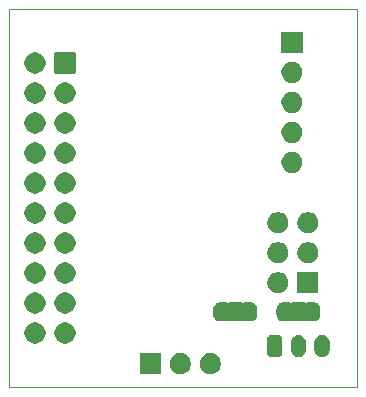
<source format=gbr>
G04 #@! TF.GenerationSoftware,KiCad,Pcbnew,9.0.2*
G04 #@! TF.CreationDate,2025-09-05T09:59:15+02:00*
G04 #@! TF.ProjectId,JtagArm20Adapter,4a746167-4172-46d3-9230-416461707465,rev?*
G04 #@! TF.SameCoordinates,Original*
G04 #@! TF.FileFunction,Soldermask,Bot*
G04 #@! TF.FilePolarity,Negative*
%FSLAX46Y46*%
G04 Gerber Fmt 4.6, Leading zero omitted, Abs format (unit mm)*
G04 Created by KiCad (PCBNEW 9.0.2) date 2025-09-05 09:59:15*
%MOMM*%
%LPD*%
G01*
G04 APERTURE LIST*
G04 #@! TA.AperFunction,Profile*
%ADD10C,0.050000*%
G04 #@! TD*
G04 APERTURE END LIST*
G36*
X150329517Y-107102882D02*
G01*
X150346062Y-107113938D01*
X150357118Y-107130483D01*
X150361000Y-107150000D01*
X150361000Y-108850000D01*
X150357118Y-108869517D01*
X150346062Y-108886062D01*
X150329517Y-108897118D01*
X150310000Y-108901000D01*
X148610000Y-108901000D01*
X148590483Y-108897118D01*
X148573938Y-108886062D01*
X148562882Y-108869517D01*
X148559000Y-108850000D01*
X148559000Y-107150000D01*
X148562882Y-107130483D01*
X148573938Y-107113938D01*
X148590483Y-107102882D01*
X148610000Y-107099000D01*
X150310000Y-107099000D01*
X150329517Y-107102882D01*
G37*
G36*
X152261546Y-107137797D02*
G01*
X152424728Y-107205389D01*
X152571588Y-107303518D01*
X152696482Y-107428412D01*
X152794611Y-107575272D01*
X152862203Y-107738454D01*
X152896661Y-107911687D01*
X152896661Y-108088313D01*
X152862203Y-108261546D01*
X152794611Y-108424728D01*
X152696482Y-108571588D01*
X152571588Y-108696482D01*
X152424728Y-108794611D01*
X152261546Y-108862203D01*
X152088313Y-108896661D01*
X151911687Y-108896661D01*
X151738454Y-108862203D01*
X151575272Y-108794611D01*
X151428412Y-108696482D01*
X151303518Y-108571588D01*
X151205389Y-108424728D01*
X151137797Y-108261546D01*
X151103339Y-108088313D01*
X151103339Y-107911687D01*
X151137797Y-107738454D01*
X151205389Y-107575272D01*
X151303518Y-107428412D01*
X151428412Y-107303518D01*
X151575272Y-107205389D01*
X151738454Y-107137797D01*
X151911687Y-107103339D01*
X152088313Y-107103339D01*
X152261546Y-107137797D01*
G37*
G36*
X154801546Y-107137797D02*
G01*
X154964728Y-107205389D01*
X155111588Y-107303518D01*
X155236482Y-107428412D01*
X155334611Y-107575272D01*
X155402203Y-107738454D01*
X155436661Y-107911687D01*
X155436661Y-108088313D01*
X155402203Y-108261546D01*
X155334611Y-108424728D01*
X155236482Y-108571588D01*
X155111588Y-108696482D01*
X154964728Y-108794611D01*
X154801546Y-108862203D01*
X154628313Y-108896661D01*
X154451687Y-108896661D01*
X154278454Y-108862203D01*
X154115272Y-108794611D01*
X153968412Y-108696482D01*
X153843518Y-108571588D01*
X153745389Y-108424728D01*
X153677797Y-108261546D01*
X153643339Y-108088313D01*
X153643339Y-107911687D01*
X153677797Y-107738454D01*
X153745389Y-107575272D01*
X153843518Y-107428412D01*
X153968412Y-107303518D01*
X154115272Y-107205389D01*
X154278454Y-107137797D01*
X154451687Y-107103339D01*
X154628313Y-107103339D01*
X154801546Y-107137797D01*
G37*
G36*
X160418914Y-105581995D02*
G01*
X160434726Y-105588976D01*
X160442531Y-105590213D01*
X160475039Y-105606776D01*
X160520106Y-105626676D01*
X160598324Y-105704894D01*
X160618226Y-105749967D01*
X160634786Y-105782468D01*
X160636021Y-105790270D01*
X160643005Y-105806086D01*
X160651000Y-105875000D01*
X160651000Y-107125000D01*
X160643005Y-107193914D01*
X160636021Y-107209729D01*
X160634786Y-107217531D01*
X160618229Y-107250024D01*
X160598324Y-107295106D01*
X160520106Y-107373324D01*
X160475024Y-107393229D01*
X160442531Y-107409786D01*
X160434729Y-107411021D01*
X160418914Y-107418005D01*
X160350000Y-107426000D01*
X159650000Y-107426000D01*
X159581086Y-107418005D01*
X159565270Y-107411021D01*
X159557468Y-107409786D01*
X159524967Y-107393226D01*
X159479894Y-107373324D01*
X159401676Y-107295106D01*
X159381776Y-107250039D01*
X159365213Y-107217531D01*
X159363976Y-107209726D01*
X159356995Y-107193914D01*
X159349000Y-107125000D01*
X159349000Y-105875000D01*
X159356995Y-105806086D01*
X159363976Y-105790274D01*
X159365213Y-105782468D01*
X159381780Y-105749953D01*
X159401676Y-105704894D01*
X159479894Y-105626676D01*
X159524953Y-105606780D01*
X159557468Y-105590213D01*
X159565274Y-105588976D01*
X159581086Y-105581995D01*
X159650000Y-105574000D01*
X160350000Y-105574000D01*
X160418914Y-105581995D01*
G37*
G36*
X162188975Y-105602032D02*
G01*
X162306879Y-105650869D01*
X162412990Y-105721770D01*
X162503230Y-105812010D01*
X162574131Y-105918121D01*
X162622968Y-106036025D01*
X162647865Y-106161191D01*
X162651000Y-106225000D01*
X162651000Y-106775000D01*
X162647865Y-106838809D01*
X162622968Y-106963975D01*
X162574131Y-107081879D01*
X162503230Y-107187990D01*
X162412990Y-107278230D01*
X162306879Y-107349131D01*
X162188975Y-107397968D01*
X162063809Y-107422865D01*
X161936191Y-107422865D01*
X161811025Y-107397968D01*
X161693121Y-107349131D01*
X161587010Y-107278230D01*
X161496770Y-107187990D01*
X161425869Y-107081879D01*
X161377032Y-106963975D01*
X161352135Y-106838809D01*
X161349000Y-106775000D01*
X161349000Y-106225000D01*
X161352135Y-106161191D01*
X161377032Y-106036025D01*
X161425869Y-105918121D01*
X161496770Y-105812010D01*
X161587010Y-105721770D01*
X161693121Y-105650869D01*
X161811025Y-105602032D01*
X161936191Y-105577135D01*
X162063809Y-105577135D01*
X162188975Y-105602032D01*
G37*
G36*
X164188975Y-105602032D02*
G01*
X164306879Y-105650869D01*
X164412990Y-105721770D01*
X164503230Y-105812010D01*
X164574131Y-105918121D01*
X164622968Y-106036025D01*
X164647865Y-106161191D01*
X164651000Y-106225000D01*
X164651000Y-106775000D01*
X164647865Y-106838809D01*
X164622968Y-106963975D01*
X164574131Y-107081879D01*
X164503230Y-107187990D01*
X164412990Y-107278230D01*
X164306879Y-107349131D01*
X164188975Y-107397968D01*
X164063809Y-107422865D01*
X163936191Y-107422865D01*
X163811025Y-107397968D01*
X163693121Y-107349131D01*
X163587010Y-107278230D01*
X163496770Y-107187990D01*
X163425869Y-107081879D01*
X163377032Y-106963975D01*
X163352135Y-106838809D01*
X163349000Y-106775000D01*
X163349000Y-106225000D01*
X163352135Y-106161191D01*
X163377032Y-106036025D01*
X163425869Y-105918121D01*
X163496770Y-105812010D01*
X163587010Y-105721770D01*
X163693121Y-105650869D01*
X163811025Y-105602032D01*
X163936191Y-105577135D01*
X164063809Y-105577135D01*
X164188975Y-105602032D01*
G37*
G36*
X139961546Y-104547797D02*
G01*
X140124728Y-104615389D01*
X140271588Y-104713518D01*
X140396482Y-104838412D01*
X140494611Y-104985272D01*
X140562203Y-105148454D01*
X140596661Y-105321687D01*
X140596661Y-105498313D01*
X140562203Y-105671546D01*
X140494611Y-105834728D01*
X140396482Y-105981588D01*
X140271588Y-106106482D01*
X140124728Y-106204611D01*
X139961546Y-106272203D01*
X139788313Y-106306661D01*
X139611687Y-106306661D01*
X139438454Y-106272203D01*
X139275272Y-106204611D01*
X139128412Y-106106482D01*
X139003518Y-105981588D01*
X138905389Y-105834728D01*
X138837797Y-105671546D01*
X138803339Y-105498313D01*
X138803339Y-105321687D01*
X138837797Y-105148454D01*
X138905389Y-104985272D01*
X139003518Y-104838412D01*
X139128412Y-104713518D01*
X139275272Y-104615389D01*
X139438454Y-104547797D01*
X139611687Y-104513339D01*
X139788313Y-104513339D01*
X139961546Y-104547797D01*
G37*
G36*
X142501546Y-104547797D02*
G01*
X142664728Y-104615389D01*
X142811588Y-104713518D01*
X142936482Y-104838412D01*
X143034611Y-104985272D01*
X143102203Y-105148454D01*
X143136661Y-105321687D01*
X143136661Y-105498313D01*
X143102203Y-105671546D01*
X143034611Y-105834728D01*
X142936482Y-105981588D01*
X142811588Y-106106482D01*
X142664728Y-106204611D01*
X142501546Y-106272203D01*
X142328313Y-106306661D01*
X142151687Y-106306661D01*
X141978454Y-106272203D01*
X141815272Y-106204611D01*
X141668412Y-106106482D01*
X141543518Y-105981588D01*
X141445389Y-105834728D01*
X141377797Y-105671546D01*
X141343339Y-105498313D01*
X141343339Y-105321687D01*
X141377797Y-105148454D01*
X141445389Y-104985272D01*
X141543518Y-104838412D01*
X141668412Y-104713518D01*
X141815272Y-104615389D01*
X141978454Y-104547797D01*
X142151687Y-104513339D01*
X142328313Y-104513339D01*
X142501546Y-104547797D01*
G37*
G36*
X155922299Y-102803236D02*
G01*
X155924285Y-102803726D01*
X155924991Y-102804351D01*
X155939598Y-102810402D01*
X155944106Y-102821286D01*
X155958179Y-102833754D01*
X156001016Y-102850000D01*
X156044914Y-102850000D01*
X156080401Y-102839235D01*
X156110452Y-102819153D01*
X156113938Y-102813938D01*
X156130483Y-102802882D01*
X156150000Y-102799000D01*
X157150000Y-102799000D01*
X157169517Y-102802882D01*
X157186062Y-102813938D01*
X157189548Y-102819154D01*
X157219599Y-102839235D01*
X157255086Y-102850000D01*
X157302786Y-102850000D01*
X157351723Y-102827975D01*
X157354352Y-102825006D01*
X157360402Y-102810402D01*
X157400000Y-102794000D01*
X157950000Y-102794000D01*
X157960328Y-102798278D01*
X158007068Y-102798278D01*
X158015263Y-102798278D01*
X158029757Y-102800186D01*
X158055154Y-102806991D01*
X158147921Y-102831847D01*
X158147922Y-102831847D01*
X158155836Y-102833968D01*
X158169342Y-102839563D01*
X158176433Y-102843657D01*
X158176440Y-102843660D01*
X158275285Y-102900728D01*
X158275290Y-102900732D01*
X158282381Y-102904826D01*
X158293979Y-102913725D01*
X158386275Y-103006021D01*
X158395174Y-103017619D01*
X158399268Y-103024710D01*
X158399271Y-103024714D01*
X158456339Y-103123559D01*
X158456340Y-103123562D01*
X158460437Y-103130658D01*
X158466032Y-103144164D01*
X158499814Y-103270243D01*
X158501722Y-103284737D01*
X158501722Y-103292931D01*
X158501722Y-103331741D01*
X158504328Y-103345964D01*
X158506000Y-103350000D01*
X158506000Y-103850000D01*
X158501722Y-103860328D01*
X158501722Y-103915263D01*
X158499814Y-103929757D01*
X158466032Y-104055836D01*
X158460437Y-104069342D01*
X158395174Y-104182381D01*
X158386275Y-104193979D01*
X158293979Y-104286275D01*
X158282381Y-104295174D01*
X158275285Y-104299270D01*
X158275285Y-104299271D01*
X158176440Y-104356339D01*
X158169342Y-104360437D01*
X158155836Y-104366032D01*
X158029757Y-104399814D01*
X158015263Y-104401722D01*
X158007068Y-104401722D01*
X157968259Y-104401722D01*
X157954034Y-104404328D01*
X157950000Y-104406000D01*
X157945431Y-104406000D01*
X157415178Y-104406000D01*
X157400000Y-104406000D01*
X157377696Y-104396761D01*
X157375714Y-104396273D01*
X157375008Y-104395648D01*
X157360402Y-104389598D01*
X157355893Y-104378713D01*
X157341821Y-104366246D01*
X157298984Y-104350000D01*
X157255086Y-104350000D01*
X157219599Y-104360765D01*
X157189548Y-104380844D01*
X157186062Y-104386062D01*
X157169517Y-104397118D01*
X157150000Y-104401000D01*
X156150000Y-104401000D01*
X156130483Y-104397118D01*
X156113938Y-104386062D01*
X156110451Y-104380844D01*
X156080401Y-104360765D01*
X156044914Y-104350000D01*
X155997214Y-104350000D01*
X155948277Y-104372025D01*
X155945647Y-104374992D01*
X155939598Y-104389598D01*
X155900000Y-104406000D01*
X155895430Y-104406000D01*
X155365176Y-104406000D01*
X155350000Y-104406000D01*
X155339672Y-104401722D01*
X155292932Y-104401722D01*
X155284737Y-104401722D01*
X155270243Y-104399814D01*
X155144164Y-104366032D01*
X155130658Y-104360437D01*
X155123562Y-104356340D01*
X155123559Y-104356339D01*
X155024714Y-104299271D01*
X155024710Y-104299268D01*
X155017619Y-104295174D01*
X155006021Y-104286275D01*
X154913725Y-104193979D01*
X154904826Y-104182381D01*
X154900732Y-104175290D01*
X154900728Y-104175285D01*
X154843660Y-104076440D01*
X154843657Y-104076433D01*
X154839563Y-104069342D01*
X154833968Y-104055836D01*
X154800186Y-103929757D01*
X154798278Y-103915263D01*
X154798278Y-103868256D01*
X154795671Y-103854035D01*
X154794000Y-103850000D01*
X154794000Y-103350000D01*
X154798278Y-103339671D01*
X154798278Y-103284737D01*
X154800186Y-103270243D01*
X154833968Y-103144164D01*
X154839563Y-103130658D01*
X154843655Y-103123568D01*
X154843660Y-103123559D01*
X154900728Y-103024714D01*
X154900734Y-103024705D01*
X154904826Y-103017619D01*
X154913725Y-103006021D01*
X154919509Y-103000236D01*
X154919513Y-103000232D01*
X155000232Y-102919513D01*
X155000236Y-102919509D01*
X155006021Y-102913725D01*
X155017619Y-102904826D01*
X155024705Y-102900734D01*
X155024714Y-102900728D01*
X155123559Y-102843660D01*
X155123568Y-102843655D01*
X155130658Y-102839563D01*
X155144164Y-102833968D01*
X155152074Y-102831848D01*
X155152078Y-102831847D01*
X155262327Y-102802307D01*
X155262327Y-102802306D01*
X155270243Y-102800186D01*
X155284737Y-102798278D01*
X155331741Y-102798278D01*
X155345965Y-102795671D01*
X155350000Y-102794000D01*
X155900000Y-102794000D01*
X155922299Y-102803236D01*
G37*
G36*
X161272299Y-102803236D02*
G01*
X161274285Y-102803726D01*
X161274991Y-102804351D01*
X161289598Y-102810402D01*
X161294106Y-102821286D01*
X161308179Y-102833754D01*
X161351016Y-102850000D01*
X161394914Y-102850000D01*
X161430401Y-102839235D01*
X161460452Y-102819153D01*
X161463938Y-102813938D01*
X161480483Y-102802882D01*
X161500000Y-102799000D01*
X162500000Y-102799000D01*
X162519517Y-102802882D01*
X162536062Y-102813938D01*
X162539548Y-102819154D01*
X162569599Y-102839235D01*
X162605086Y-102850000D01*
X162652786Y-102850000D01*
X162701723Y-102827975D01*
X162704352Y-102825006D01*
X162710402Y-102810402D01*
X162750000Y-102794000D01*
X163300000Y-102794000D01*
X163310328Y-102798278D01*
X163357068Y-102798278D01*
X163365263Y-102798278D01*
X163379757Y-102800186D01*
X163405154Y-102806991D01*
X163497921Y-102831847D01*
X163497922Y-102831847D01*
X163505836Y-102833968D01*
X163519342Y-102839563D01*
X163526433Y-102843657D01*
X163526440Y-102843660D01*
X163625285Y-102900728D01*
X163625290Y-102900732D01*
X163632381Y-102904826D01*
X163643979Y-102913725D01*
X163736275Y-103006021D01*
X163745174Y-103017619D01*
X163749268Y-103024710D01*
X163749271Y-103024714D01*
X163806339Y-103123559D01*
X163806340Y-103123562D01*
X163810437Y-103130658D01*
X163816032Y-103144164D01*
X163849814Y-103270243D01*
X163851722Y-103284737D01*
X163851722Y-103292931D01*
X163851722Y-103331741D01*
X163854328Y-103345964D01*
X163856000Y-103350000D01*
X163856000Y-103850000D01*
X163851722Y-103860328D01*
X163851722Y-103915263D01*
X163849814Y-103929757D01*
X163816032Y-104055836D01*
X163810437Y-104069342D01*
X163745174Y-104182381D01*
X163736275Y-104193979D01*
X163643979Y-104286275D01*
X163632381Y-104295174D01*
X163625285Y-104299270D01*
X163625285Y-104299271D01*
X163526440Y-104356339D01*
X163519342Y-104360437D01*
X163505836Y-104366032D01*
X163379757Y-104399814D01*
X163365263Y-104401722D01*
X163357068Y-104401722D01*
X163318259Y-104401722D01*
X163304034Y-104404328D01*
X163300000Y-104406000D01*
X163295431Y-104406000D01*
X162765178Y-104406000D01*
X162750000Y-104406000D01*
X162727696Y-104396761D01*
X162725714Y-104396273D01*
X162725008Y-104395648D01*
X162710402Y-104389598D01*
X162705893Y-104378713D01*
X162691821Y-104366246D01*
X162648984Y-104350000D01*
X162605086Y-104350000D01*
X162569599Y-104360765D01*
X162539548Y-104380844D01*
X162536062Y-104386062D01*
X162519517Y-104397118D01*
X162500000Y-104401000D01*
X161500000Y-104401000D01*
X161480483Y-104397118D01*
X161463938Y-104386062D01*
X161460451Y-104380844D01*
X161430401Y-104360765D01*
X161394914Y-104350000D01*
X161347214Y-104350000D01*
X161298277Y-104372025D01*
X161295647Y-104374992D01*
X161289598Y-104389598D01*
X161250000Y-104406000D01*
X161245430Y-104406000D01*
X160715176Y-104406000D01*
X160700000Y-104406000D01*
X160689672Y-104401722D01*
X160642932Y-104401722D01*
X160634737Y-104401722D01*
X160620243Y-104399814D01*
X160494164Y-104366032D01*
X160480658Y-104360437D01*
X160473562Y-104356340D01*
X160473559Y-104356339D01*
X160374714Y-104299271D01*
X160374710Y-104299268D01*
X160367619Y-104295174D01*
X160356021Y-104286275D01*
X160263725Y-104193979D01*
X160254826Y-104182381D01*
X160250732Y-104175290D01*
X160250728Y-104175285D01*
X160193660Y-104076440D01*
X160193657Y-104076433D01*
X160189563Y-104069342D01*
X160183968Y-104055836D01*
X160150186Y-103929757D01*
X160148278Y-103915263D01*
X160148278Y-103868256D01*
X160145671Y-103854035D01*
X160144000Y-103850000D01*
X160144000Y-103350000D01*
X160148278Y-103339671D01*
X160148278Y-103284737D01*
X160150186Y-103270243D01*
X160183968Y-103144164D01*
X160189563Y-103130658D01*
X160193655Y-103123568D01*
X160193660Y-103123559D01*
X160250728Y-103024714D01*
X160250734Y-103024705D01*
X160254826Y-103017619D01*
X160263725Y-103006021D01*
X160269509Y-103000236D01*
X160269513Y-103000232D01*
X160350232Y-102919513D01*
X160350236Y-102919509D01*
X160356021Y-102913725D01*
X160367619Y-102904826D01*
X160374705Y-102900734D01*
X160374714Y-102900728D01*
X160473559Y-102843660D01*
X160473568Y-102843655D01*
X160480658Y-102839563D01*
X160494164Y-102833968D01*
X160502074Y-102831848D01*
X160502078Y-102831847D01*
X160612327Y-102802307D01*
X160612327Y-102802306D01*
X160620243Y-102800186D01*
X160634737Y-102798278D01*
X160681741Y-102798278D01*
X160695965Y-102795671D01*
X160700000Y-102794000D01*
X161250000Y-102794000D01*
X161272299Y-102803236D01*
G37*
G36*
X139961546Y-102007797D02*
G01*
X140124728Y-102075389D01*
X140271588Y-102173518D01*
X140396482Y-102298412D01*
X140494611Y-102445272D01*
X140562203Y-102608454D01*
X140596661Y-102781687D01*
X140596661Y-102958313D01*
X140562203Y-103131546D01*
X140494611Y-103294728D01*
X140396482Y-103441588D01*
X140271588Y-103566482D01*
X140124728Y-103664611D01*
X139961546Y-103732203D01*
X139788313Y-103766661D01*
X139611687Y-103766661D01*
X139438454Y-103732203D01*
X139275272Y-103664611D01*
X139128412Y-103566482D01*
X139003518Y-103441588D01*
X138905389Y-103294728D01*
X138837797Y-103131546D01*
X138803339Y-102958313D01*
X138803339Y-102781687D01*
X138837797Y-102608454D01*
X138905389Y-102445272D01*
X139003518Y-102298412D01*
X139128412Y-102173518D01*
X139275272Y-102075389D01*
X139438454Y-102007797D01*
X139611687Y-101973339D01*
X139788313Y-101973339D01*
X139961546Y-102007797D01*
G37*
G36*
X142501546Y-102007797D02*
G01*
X142664728Y-102075389D01*
X142811588Y-102173518D01*
X142936482Y-102298412D01*
X143034611Y-102445272D01*
X143102203Y-102608454D01*
X143136661Y-102781687D01*
X143136661Y-102958313D01*
X143102203Y-103131546D01*
X143034611Y-103294728D01*
X142936482Y-103441588D01*
X142811588Y-103566482D01*
X142664728Y-103664611D01*
X142501546Y-103732203D01*
X142328313Y-103766661D01*
X142151687Y-103766661D01*
X141978454Y-103732203D01*
X141815272Y-103664611D01*
X141668412Y-103566482D01*
X141543518Y-103441588D01*
X141445389Y-103294728D01*
X141377797Y-103131546D01*
X141343339Y-102958313D01*
X141343339Y-102781687D01*
X141377797Y-102608454D01*
X141445389Y-102445272D01*
X141543518Y-102298412D01*
X141668412Y-102173518D01*
X141815272Y-102075389D01*
X141978454Y-102007797D01*
X142151687Y-101973339D01*
X142328313Y-101973339D01*
X142501546Y-102007797D01*
G37*
G36*
X163669517Y-100252882D02*
G01*
X163686062Y-100263938D01*
X163697118Y-100280483D01*
X163701000Y-100300000D01*
X163701000Y-102000000D01*
X163697118Y-102019517D01*
X163686062Y-102036062D01*
X163669517Y-102047118D01*
X163650000Y-102051000D01*
X161950000Y-102051000D01*
X161930483Y-102047118D01*
X161913938Y-102036062D01*
X161902882Y-102019517D01*
X161899000Y-102000000D01*
X161899000Y-100300000D01*
X161902882Y-100280483D01*
X161913938Y-100263938D01*
X161930483Y-100252882D01*
X161950000Y-100249000D01*
X163650000Y-100249000D01*
X163669517Y-100252882D01*
G37*
G36*
X160521546Y-100287797D02*
G01*
X160684728Y-100355389D01*
X160831588Y-100453518D01*
X160956482Y-100578412D01*
X161054611Y-100725272D01*
X161122203Y-100888454D01*
X161156661Y-101061687D01*
X161156661Y-101238313D01*
X161122203Y-101411546D01*
X161054611Y-101574728D01*
X160956482Y-101721588D01*
X160831588Y-101846482D01*
X160684728Y-101944611D01*
X160521546Y-102012203D01*
X160348313Y-102046661D01*
X160171687Y-102046661D01*
X159998454Y-102012203D01*
X159835272Y-101944611D01*
X159688412Y-101846482D01*
X159563518Y-101721588D01*
X159465389Y-101574728D01*
X159397797Y-101411546D01*
X159363339Y-101238313D01*
X159363339Y-101061687D01*
X159397797Y-100888454D01*
X159465389Y-100725272D01*
X159563518Y-100578412D01*
X159688412Y-100453518D01*
X159835272Y-100355389D01*
X159998454Y-100287797D01*
X160171687Y-100253339D01*
X160348313Y-100253339D01*
X160521546Y-100287797D01*
G37*
G36*
X139961546Y-99467797D02*
G01*
X140124728Y-99535389D01*
X140271588Y-99633518D01*
X140396482Y-99758412D01*
X140494611Y-99905272D01*
X140562203Y-100068454D01*
X140596661Y-100241687D01*
X140596661Y-100418313D01*
X140562203Y-100591546D01*
X140494611Y-100754728D01*
X140396482Y-100901588D01*
X140271588Y-101026482D01*
X140124728Y-101124611D01*
X139961546Y-101192203D01*
X139788313Y-101226661D01*
X139611687Y-101226661D01*
X139438454Y-101192203D01*
X139275272Y-101124611D01*
X139128412Y-101026482D01*
X139003518Y-100901588D01*
X138905389Y-100754728D01*
X138837797Y-100591546D01*
X138803339Y-100418313D01*
X138803339Y-100241687D01*
X138837797Y-100068454D01*
X138905389Y-99905272D01*
X139003518Y-99758412D01*
X139128412Y-99633518D01*
X139275272Y-99535389D01*
X139438454Y-99467797D01*
X139611687Y-99433339D01*
X139788313Y-99433339D01*
X139961546Y-99467797D01*
G37*
G36*
X142501546Y-99467797D02*
G01*
X142664728Y-99535389D01*
X142811588Y-99633518D01*
X142936482Y-99758412D01*
X143034611Y-99905272D01*
X143102203Y-100068454D01*
X143136661Y-100241687D01*
X143136661Y-100418313D01*
X143102203Y-100591546D01*
X143034611Y-100754728D01*
X142936482Y-100901588D01*
X142811588Y-101026482D01*
X142664728Y-101124611D01*
X142501546Y-101192203D01*
X142328313Y-101226661D01*
X142151687Y-101226661D01*
X141978454Y-101192203D01*
X141815272Y-101124611D01*
X141668412Y-101026482D01*
X141543518Y-100901588D01*
X141445389Y-100754728D01*
X141377797Y-100591546D01*
X141343339Y-100418313D01*
X141343339Y-100241687D01*
X141377797Y-100068454D01*
X141445389Y-99905272D01*
X141543518Y-99758412D01*
X141668412Y-99633518D01*
X141815272Y-99535389D01*
X141978454Y-99467797D01*
X142151687Y-99433339D01*
X142328313Y-99433339D01*
X142501546Y-99467797D01*
G37*
G36*
X160521546Y-97747797D02*
G01*
X160684728Y-97815389D01*
X160831588Y-97913518D01*
X160956482Y-98038412D01*
X161054611Y-98185272D01*
X161122203Y-98348454D01*
X161156661Y-98521687D01*
X161156661Y-98698313D01*
X161122203Y-98871546D01*
X161054611Y-99034728D01*
X160956482Y-99181588D01*
X160831588Y-99306482D01*
X160684728Y-99404611D01*
X160521546Y-99472203D01*
X160348313Y-99506661D01*
X160171687Y-99506661D01*
X159998454Y-99472203D01*
X159835272Y-99404611D01*
X159688412Y-99306482D01*
X159563518Y-99181588D01*
X159465389Y-99034728D01*
X159397797Y-98871546D01*
X159363339Y-98698313D01*
X159363339Y-98521687D01*
X159397797Y-98348454D01*
X159465389Y-98185272D01*
X159563518Y-98038412D01*
X159688412Y-97913518D01*
X159835272Y-97815389D01*
X159998454Y-97747797D01*
X160171687Y-97713339D01*
X160348313Y-97713339D01*
X160521546Y-97747797D01*
G37*
G36*
X163061546Y-97747797D02*
G01*
X163224728Y-97815389D01*
X163371588Y-97913518D01*
X163496482Y-98038412D01*
X163594611Y-98185272D01*
X163662203Y-98348454D01*
X163696661Y-98521687D01*
X163696661Y-98698313D01*
X163662203Y-98871546D01*
X163594611Y-99034728D01*
X163496482Y-99181588D01*
X163371588Y-99306482D01*
X163224728Y-99404611D01*
X163061546Y-99472203D01*
X162888313Y-99506661D01*
X162711687Y-99506661D01*
X162538454Y-99472203D01*
X162375272Y-99404611D01*
X162228412Y-99306482D01*
X162103518Y-99181588D01*
X162005389Y-99034728D01*
X161937797Y-98871546D01*
X161903339Y-98698313D01*
X161903339Y-98521687D01*
X161937797Y-98348454D01*
X162005389Y-98185272D01*
X162103518Y-98038412D01*
X162228412Y-97913518D01*
X162375272Y-97815389D01*
X162538454Y-97747797D01*
X162711687Y-97713339D01*
X162888313Y-97713339D01*
X163061546Y-97747797D01*
G37*
G36*
X139961546Y-96927797D02*
G01*
X140124728Y-96995389D01*
X140271588Y-97093518D01*
X140396482Y-97218412D01*
X140494611Y-97365272D01*
X140562203Y-97528454D01*
X140596661Y-97701687D01*
X140596661Y-97878313D01*
X140562203Y-98051546D01*
X140494611Y-98214728D01*
X140396482Y-98361588D01*
X140271588Y-98486482D01*
X140124728Y-98584611D01*
X139961546Y-98652203D01*
X139788313Y-98686661D01*
X139611687Y-98686661D01*
X139438454Y-98652203D01*
X139275272Y-98584611D01*
X139128412Y-98486482D01*
X139003518Y-98361588D01*
X138905389Y-98214728D01*
X138837797Y-98051546D01*
X138803339Y-97878313D01*
X138803339Y-97701687D01*
X138837797Y-97528454D01*
X138905389Y-97365272D01*
X139003518Y-97218412D01*
X139128412Y-97093518D01*
X139275272Y-96995389D01*
X139438454Y-96927797D01*
X139611687Y-96893339D01*
X139788313Y-96893339D01*
X139961546Y-96927797D01*
G37*
G36*
X142501546Y-96927797D02*
G01*
X142664728Y-96995389D01*
X142811588Y-97093518D01*
X142936482Y-97218412D01*
X143034611Y-97365272D01*
X143102203Y-97528454D01*
X143136661Y-97701687D01*
X143136661Y-97878313D01*
X143102203Y-98051546D01*
X143034611Y-98214728D01*
X142936482Y-98361588D01*
X142811588Y-98486482D01*
X142664728Y-98584611D01*
X142501546Y-98652203D01*
X142328313Y-98686661D01*
X142151687Y-98686661D01*
X141978454Y-98652203D01*
X141815272Y-98584611D01*
X141668412Y-98486482D01*
X141543518Y-98361588D01*
X141445389Y-98214728D01*
X141377797Y-98051546D01*
X141343339Y-97878313D01*
X141343339Y-97701687D01*
X141377797Y-97528454D01*
X141445389Y-97365272D01*
X141543518Y-97218412D01*
X141668412Y-97093518D01*
X141815272Y-96995389D01*
X141978454Y-96927797D01*
X142151687Y-96893339D01*
X142328313Y-96893339D01*
X142501546Y-96927797D01*
G37*
G36*
X160521546Y-95207797D02*
G01*
X160684728Y-95275389D01*
X160831588Y-95373518D01*
X160956482Y-95498412D01*
X161054611Y-95645272D01*
X161122203Y-95808454D01*
X161156661Y-95981687D01*
X161156661Y-96158313D01*
X161122203Y-96331546D01*
X161054611Y-96494728D01*
X160956482Y-96641588D01*
X160831588Y-96766482D01*
X160684728Y-96864611D01*
X160521546Y-96932203D01*
X160348313Y-96966661D01*
X160171687Y-96966661D01*
X159998454Y-96932203D01*
X159835272Y-96864611D01*
X159688412Y-96766482D01*
X159563518Y-96641588D01*
X159465389Y-96494728D01*
X159397797Y-96331546D01*
X159363339Y-96158313D01*
X159363339Y-95981687D01*
X159397797Y-95808454D01*
X159465389Y-95645272D01*
X159563518Y-95498412D01*
X159688412Y-95373518D01*
X159835272Y-95275389D01*
X159998454Y-95207797D01*
X160171687Y-95173339D01*
X160348313Y-95173339D01*
X160521546Y-95207797D01*
G37*
G36*
X163061546Y-95207797D02*
G01*
X163224728Y-95275389D01*
X163371588Y-95373518D01*
X163496482Y-95498412D01*
X163594611Y-95645272D01*
X163662203Y-95808454D01*
X163696661Y-95981687D01*
X163696661Y-96158313D01*
X163662203Y-96331546D01*
X163594611Y-96494728D01*
X163496482Y-96641588D01*
X163371588Y-96766482D01*
X163224728Y-96864611D01*
X163061546Y-96932203D01*
X162888313Y-96966661D01*
X162711687Y-96966661D01*
X162538454Y-96932203D01*
X162375272Y-96864611D01*
X162228412Y-96766482D01*
X162103518Y-96641588D01*
X162005389Y-96494728D01*
X161937797Y-96331546D01*
X161903339Y-96158313D01*
X161903339Y-95981687D01*
X161937797Y-95808454D01*
X162005389Y-95645272D01*
X162103518Y-95498412D01*
X162228412Y-95373518D01*
X162375272Y-95275389D01*
X162538454Y-95207797D01*
X162711687Y-95173339D01*
X162888313Y-95173339D01*
X163061546Y-95207797D01*
G37*
G36*
X139961546Y-94387797D02*
G01*
X140124728Y-94455389D01*
X140271588Y-94553518D01*
X140396482Y-94678412D01*
X140494611Y-94825272D01*
X140562203Y-94988454D01*
X140596661Y-95161687D01*
X140596661Y-95338313D01*
X140562203Y-95511546D01*
X140494611Y-95674728D01*
X140396482Y-95821588D01*
X140271588Y-95946482D01*
X140124728Y-96044611D01*
X139961546Y-96112203D01*
X139788313Y-96146661D01*
X139611687Y-96146661D01*
X139438454Y-96112203D01*
X139275272Y-96044611D01*
X139128412Y-95946482D01*
X139003518Y-95821588D01*
X138905389Y-95674728D01*
X138837797Y-95511546D01*
X138803339Y-95338313D01*
X138803339Y-95161687D01*
X138837797Y-94988454D01*
X138905389Y-94825272D01*
X139003518Y-94678412D01*
X139128412Y-94553518D01*
X139275272Y-94455389D01*
X139438454Y-94387797D01*
X139611687Y-94353339D01*
X139788313Y-94353339D01*
X139961546Y-94387797D01*
G37*
G36*
X142501546Y-94387797D02*
G01*
X142664728Y-94455389D01*
X142811588Y-94553518D01*
X142936482Y-94678412D01*
X143034611Y-94825272D01*
X143102203Y-94988454D01*
X143136661Y-95161687D01*
X143136661Y-95338313D01*
X143102203Y-95511546D01*
X143034611Y-95674728D01*
X142936482Y-95821588D01*
X142811588Y-95946482D01*
X142664728Y-96044611D01*
X142501546Y-96112203D01*
X142328313Y-96146661D01*
X142151687Y-96146661D01*
X141978454Y-96112203D01*
X141815272Y-96044611D01*
X141668412Y-95946482D01*
X141543518Y-95821588D01*
X141445389Y-95674728D01*
X141377797Y-95511546D01*
X141343339Y-95338313D01*
X141343339Y-95161687D01*
X141377797Y-94988454D01*
X141445389Y-94825272D01*
X141543518Y-94678412D01*
X141668412Y-94553518D01*
X141815272Y-94455389D01*
X141978454Y-94387797D01*
X142151687Y-94353339D01*
X142328313Y-94353339D01*
X142501546Y-94387797D01*
G37*
G36*
X139961546Y-91847797D02*
G01*
X140124728Y-91915389D01*
X140271588Y-92013518D01*
X140396482Y-92138412D01*
X140494611Y-92285272D01*
X140562203Y-92448454D01*
X140596661Y-92621687D01*
X140596661Y-92798313D01*
X140562203Y-92971546D01*
X140494611Y-93134728D01*
X140396482Y-93281588D01*
X140271588Y-93406482D01*
X140124728Y-93504611D01*
X139961546Y-93572203D01*
X139788313Y-93606661D01*
X139611687Y-93606661D01*
X139438454Y-93572203D01*
X139275272Y-93504611D01*
X139128412Y-93406482D01*
X139003518Y-93281588D01*
X138905389Y-93134728D01*
X138837797Y-92971546D01*
X138803339Y-92798313D01*
X138803339Y-92621687D01*
X138837797Y-92448454D01*
X138905389Y-92285272D01*
X139003518Y-92138412D01*
X139128412Y-92013518D01*
X139275272Y-91915389D01*
X139438454Y-91847797D01*
X139611687Y-91813339D01*
X139788313Y-91813339D01*
X139961546Y-91847797D01*
G37*
G36*
X142501546Y-91847797D02*
G01*
X142664728Y-91915389D01*
X142811588Y-92013518D01*
X142936482Y-92138412D01*
X143034611Y-92285272D01*
X143102203Y-92448454D01*
X143136661Y-92621687D01*
X143136661Y-92798313D01*
X143102203Y-92971546D01*
X143034611Y-93134728D01*
X142936482Y-93281588D01*
X142811588Y-93406482D01*
X142664728Y-93504611D01*
X142501546Y-93572203D01*
X142328313Y-93606661D01*
X142151687Y-93606661D01*
X141978454Y-93572203D01*
X141815272Y-93504611D01*
X141668412Y-93406482D01*
X141543518Y-93281588D01*
X141445389Y-93134728D01*
X141377797Y-92971546D01*
X141343339Y-92798313D01*
X141343339Y-92621687D01*
X141377797Y-92448454D01*
X141445389Y-92285272D01*
X141543518Y-92138412D01*
X141668412Y-92013518D01*
X141815272Y-91915389D01*
X141978454Y-91847797D01*
X142151687Y-91813339D01*
X142328313Y-91813339D01*
X142501546Y-91847797D01*
G37*
G36*
X161711546Y-90097797D02*
G01*
X161874728Y-90165389D01*
X162021588Y-90263518D01*
X162146482Y-90388412D01*
X162244611Y-90535272D01*
X162312203Y-90698454D01*
X162346661Y-90871687D01*
X162346661Y-91048313D01*
X162312203Y-91221546D01*
X162244611Y-91384728D01*
X162146482Y-91531588D01*
X162021588Y-91656482D01*
X161874728Y-91754611D01*
X161711546Y-91822203D01*
X161538313Y-91856661D01*
X161361687Y-91856661D01*
X161188454Y-91822203D01*
X161025272Y-91754611D01*
X160878412Y-91656482D01*
X160753518Y-91531588D01*
X160655389Y-91384728D01*
X160587797Y-91221546D01*
X160553339Y-91048313D01*
X160553339Y-90871687D01*
X160587797Y-90698454D01*
X160655389Y-90535272D01*
X160753518Y-90388412D01*
X160878412Y-90263518D01*
X161025272Y-90165389D01*
X161188454Y-90097797D01*
X161361687Y-90063339D01*
X161538313Y-90063339D01*
X161711546Y-90097797D01*
G37*
G36*
X139961546Y-89307797D02*
G01*
X140124728Y-89375389D01*
X140271588Y-89473518D01*
X140396482Y-89598412D01*
X140494611Y-89745272D01*
X140562203Y-89908454D01*
X140596661Y-90081687D01*
X140596661Y-90258313D01*
X140562203Y-90431546D01*
X140494611Y-90594728D01*
X140396482Y-90741588D01*
X140271588Y-90866482D01*
X140124728Y-90964611D01*
X139961546Y-91032203D01*
X139788313Y-91066661D01*
X139611687Y-91066661D01*
X139438454Y-91032203D01*
X139275272Y-90964611D01*
X139128412Y-90866482D01*
X139003518Y-90741588D01*
X138905389Y-90594728D01*
X138837797Y-90431546D01*
X138803339Y-90258313D01*
X138803339Y-90081687D01*
X138837797Y-89908454D01*
X138905389Y-89745272D01*
X139003518Y-89598412D01*
X139128412Y-89473518D01*
X139275272Y-89375389D01*
X139438454Y-89307797D01*
X139611687Y-89273339D01*
X139788313Y-89273339D01*
X139961546Y-89307797D01*
G37*
G36*
X142501546Y-89307797D02*
G01*
X142664728Y-89375389D01*
X142811588Y-89473518D01*
X142936482Y-89598412D01*
X143034611Y-89745272D01*
X143102203Y-89908454D01*
X143136661Y-90081687D01*
X143136661Y-90258313D01*
X143102203Y-90431546D01*
X143034611Y-90594728D01*
X142936482Y-90741588D01*
X142811588Y-90866482D01*
X142664728Y-90964611D01*
X142501546Y-91032203D01*
X142328313Y-91066661D01*
X142151687Y-91066661D01*
X141978454Y-91032203D01*
X141815272Y-90964611D01*
X141668412Y-90866482D01*
X141543518Y-90741588D01*
X141445389Y-90594728D01*
X141377797Y-90431546D01*
X141343339Y-90258313D01*
X141343339Y-90081687D01*
X141377797Y-89908454D01*
X141445389Y-89745272D01*
X141543518Y-89598412D01*
X141668412Y-89473518D01*
X141815272Y-89375389D01*
X141978454Y-89307797D01*
X142151687Y-89273339D01*
X142328313Y-89273339D01*
X142501546Y-89307797D01*
G37*
G36*
X161711546Y-87557797D02*
G01*
X161874728Y-87625389D01*
X162021588Y-87723518D01*
X162146482Y-87848412D01*
X162244611Y-87995272D01*
X162312203Y-88158454D01*
X162346661Y-88331687D01*
X162346661Y-88508313D01*
X162312203Y-88681546D01*
X162244611Y-88844728D01*
X162146482Y-88991588D01*
X162021588Y-89116482D01*
X161874728Y-89214611D01*
X161711546Y-89282203D01*
X161538313Y-89316661D01*
X161361687Y-89316661D01*
X161188454Y-89282203D01*
X161025272Y-89214611D01*
X160878412Y-89116482D01*
X160753518Y-88991588D01*
X160655389Y-88844728D01*
X160587797Y-88681546D01*
X160553339Y-88508313D01*
X160553339Y-88331687D01*
X160587797Y-88158454D01*
X160655389Y-87995272D01*
X160753518Y-87848412D01*
X160878412Y-87723518D01*
X161025272Y-87625389D01*
X161188454Y-87557797D01*
X161361687Y-87523339D01*
X161538313Y-87523339D01*
X161711546Y-87557797D01*
G37*
G36*
X139961546Y-86767797D02*
G01*
X140124728Y-86835389D01*
X140271588Y-86933518D01*
X140396482Y-87058412D01*
X140494611Y-87205272D01*
X140562203Y-87368454D01*
X140596661Y-87541687D01*
X140596661Y-87718313D01*
X140562203Y-87891546D01*
X140494611Y-88054728D01*
X140396482Y-88201588D01*
X140271588Y-88326482D01*
X140124728Y-88424611D01*
X139961546Y-88492203D01*
X139788313Y-88526661D01*
X139611687Y-88526661D01*
X139438454Y-88492203D01*
X139275272Y-88424611D01*
X139128412Y-88326482D01*
X139003518Y-88201588D01*
X138905389Y-88054728D01*
X138837797Y-87891546D01*
X138803339Y-87718313D01*
X138803339Y-87541687D01*
X138837797Y-87368454D01*
X138905389Y-87205272D01*
X139003518Y-87058412D01*
X139128412Y-86933518D01*
X139275272Y-86835389D01*
X139438454Y-86767797D01*
X139611687Y-86733339D01*
X139788313Y-86733339D01*
X139961546Y-86767797D01*
G37*
G36*
X142501546Y-86767797D02*
G01*
X142664728Y-86835389D01*
X142811588Y-86933518D01*
X142936482Y-87058412D01*
X143034611Y-87205272D01*
X143102203Y-87368454D01*
X143136661Y-87541687D01*
X143136661Y-87718313D01*
X143102203Y-87891546D01*
X143034611Y-88054728D01*
X142936482Y-88201588D01*
X142811588Y-88326482D01*
X142664728Y-88424611D01*
X142501546Y-88492203D01*
X142328313Y-88526661D01*
X142151687Y-88526661D01*
X141978454Y-88492203D01*
X141815272Y-88424611D01*
X141668412Y-88326482D01*
X141543518Y-88201588D01*
X141445389Y-88054728D01*
X141377797Y-87891546D01*
X141343339Y-87718313D01*
X141343339Y-87541687D01*
X141377797Y-87368454D01*
X141445389Y-87205272D01*
X141543518Y-87058412D01*
X141668412Y-86933518D01*
X141815272Y-86835389D01*
X141978454Y-86767797D01*
X142151687Y-86733339D01*
X142328313Y-86733339D01*
X142501546Y-86767797D01*
G37*
G36*
X161711546Y-85017797D02*
G01*
X161874728Y-85085389D01*
X162021588Y-85183518D01*
X162146482Y-85308412D01*
X162244611Y-85455272D01*
X162312203Y-85618454D01*
X162346661Y-85791687D01*
X162346661Y-85968313D01*
X162312203Y-86141546D01*
X162244611Y-86304728D01*
X162146482Y-86451588D01*
X162021588Y-86576482D01*
X161874728Y-86674611D01*
X161711546Y-86742203D01*
X161538313Y-86776661D01*
X161361687Y-86776661D01*
X161188454Y-86742203D01*
X161025272Y-86674611D01*
X160878412Y-86576482D01*
X160753518Y-86451588D01*
X160655389Y-86304728D01*
X160587797Y-86141546D01*
X160553339Y-85968313D01*
X160553339Y-85791687D01*
X160587797Y-85618454D01*
X160655389Y-85455272D01*
X160753518Y-85308412D01*
X160878412Y-85183518D01*
X161025272Y-85085389D01*
X161188454Y-85017797D01*
X161361687Y-84983339D01*
X161538313Y-84983339D01*
X161711546Y-85017797D01*
G37*
G36*
X139961546Y-84227797D02*
G01*
X140124728Y-84295389D01*
X140271588Y-84393518D01*
X140396482Y-84518412D01*
X140494611Y-84665272D01*
X140562203Y-84828454D01*
X140596661Y-85001687D01*
X140596661Y-85178313D01*
X140562203Y-85351546D01*
X140494611Y-85514728D01*
X140396482Y-85661588D01*
X140271588Y-85786482D01*
X140124728Y-85884611D01*
X139961546Y-85952203D01*
X139788313Y-85986661D01*
X139611687Y-85986661D01*
X139438454Y-85952203D01*
X139275272Y-85884611D01*
X139128412Y-85786482D01*
X139003518Y-85661588D01*
X138905389Y-85514728D01*
X138837797Y-85351546D01*
X138803339Y-85178313D01*
X138803339Y-85001687D01*
X138837797Y-84828454D01*
X138905389Y-84665272D01*
X139003518Y-84518412D01*
X139128412Y-84393518D01*
X139275272Y-84295389D01*
X139438454Y-84227797D01*
X139611687Y-84193339D01*
X139788313Y-84193339D01*
X139961546Y-84227797D01*
G37*
G36*
X142501546Y-84227797D02*
G01*
X142664728Y-84295389D01*
X142811588Y-84393518D01*
X142936482Y-84518412D01*
X143034611Y-84665272D01*
X143102203Y-84828454D01*
X143136661Y-85001687D01*
X143136661Y-85178313D01*
X143102203Y-85351546D01*
X143034611Y-85514728D01*
X142936482Y-85661588D01*
X142811588Y-85786482D01*
X142664728Y-85884611D01*
X142501546Y-85952203D01*
X142328313Y-85986661D01*
X142151687Y-85986661D01*
X141978454Y-85952203D01*
X141815272Y-85884611D01*
X141668412Y-85786482D01*
X141543518Y-85661588D01*
X141445389Y-85514728D01*
X141377797Y-85351546D01*
X141343339Y-85178313D01*
X141343339Y-85001687D01*
X141377797Y-84828454D01*
X141445389Y-84665272D01*
X141543518Y-84518412D01*
X141668412Y-84393518D01*
X141815272Y-84295389D01*
X141978454Y-84227797D01*
X142151687Y-84193339D01*
X142328313Y-84193339D01*
X142501546Y-84227797D01*
G37*
G36*
X161711546Y-82477797D02*
G01*
X161874728Y-82545389D01*
X162021588Y-82643518D01*
X162146482Y-82768412D01*
X162244611Y-82915272D01*
X162312203Y-83078454D01*
X162346661Y-83251687D01*
X162346661Y-83428313D01*
X162312203Y-83601546D01*
X162244611Y-83764728D01*
X162146482Y-83911588D01*
X162021588Y-84036482D01*
X161874728Y-84134611D01*
X161711546Y-84202203D01*
X161538313Y-84236661D01*
X161361687Y-84236661D01*
X161188454Y-84202203D01*
X161025272Y-84134611D01*
X160878412Y-84036482D01*
X160753518Y-83911588D01*
X160655389Y-83764728D01*
X160587797Y-83601546D01*
X160553339Y-83428313D01*
X160553339Y-83251687D01*
X160587797Y-83078454D01*
X160655389Y-82915272D01*
X160753518Y-82768412D01*
X160878412Y-82643518D01*
X161025272Y-82545389D01*
X161188454Y-82477797D01*
X161361687Y-82443339D01*
X161538313Y-82443339D01*
X161711546Y-82477797D01*
G37*
G36*
X143109517Y-81652882D02*
G01*
X143126062Y-81663938D01*
X143137118Y-81680483D01*
X143141000Y-81700000D01*
X143141000Y-83400000D01*
X143137118Y-83419517D01*
X143126062Y-83436062D01*
X143109517Y-83447118D01*
X143090000Y-83451000D01*
X141390000Y-83451000D01*
X141370483Y-83447118D01*
X141353938Y-83436062D01*
X141342882Y-83419517D01*
X141339000Y-83400000D01*
X141339000Y-81700000D01*
X141342882Y-81680483D01*
X141353938Y-81663938D01*
X141370483Y-81652882D01*
X141390000Y-81649000D01*
X143090000Y-81649000D01*
X143109517Y-81652882D01*
G37*
G36*
X139961546Y-81687797D02*
G01*
X140124728Y-81755389D01*
X140271588Y-81853518D01*
X140396482Y-81978412D01*
X140494611Y-82125272D01*
X140562203Y-82288454D01*
X140596661Y-82461687D01*
X140596661Y-82638313D01*
X140562203Y-82811546D01*
X140494611Y-82974728D01*
X140396482Y-83121588D01*
X140271588Y-83246482D01*
X140124728Y-83344611D01*
X139961546Y-83412203D01*
X139788313Y-83446661D01*
X139611687Y-83446661D01*
X139438454Y-83412203D01*
X139275272Y-83344611D01*
X139128412Y-83246482D01*
X139003518Y-83121588D01*
X138905389Y-82974728D01*
X138837797Y-82811546D01*
X138803339Y-82638313D01*
X138803339Y-82461687D01*
X138837797Y-82288454D01*
X138905389Y-82125272D01*
X139003518Y-81978412D01*
X139128412Y-81853518D01*
X139275272Y-81755389D01*
X139438454Y-81687797D01*
X139611687Y-81653339D01*
X139788313Y-81653339D01*
X139961546Y-81687797D01*
G37*
G36*
X162319517Y-79902882D02*
G01*
X162336062Y-79913938D01*
X162347118Y-79930483D01*
X162351000Y-79950000D01*
X162351000Y-81650000D01*
X162347118Y-81669517D01*
X162336062Y-81686062D01*
X162319517Y-81697118D01*
X162300000Y-81701000D01*
X160600000Y-81701000D01*
X160580483Y-81697118D01*
X160563938Y-81686062D01*
X160552882Y-81669517D01*
X160549000Y-81650000D01*
X160549000Y-79950000D01*
X160552882Y-79930483D01*
X160563938Y-79913938D01*
X160580483Y-79902882D01*
X160600000Y-79899000D01*
X162300000Y-79899000D01*
X162319517Y-79902882D01*
G37*
D10*
X137500000Y-78000000D02*
X167000000Y-78000000D01*
X167000000Y-110000000D01*
X137500000Y-110000000D01*
X137500000Y-78000000D01*
M02*

</source>
